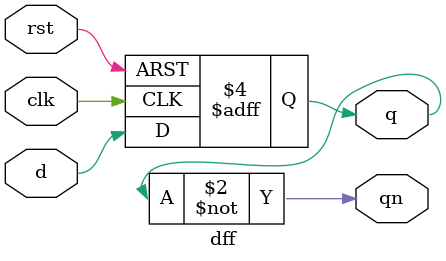
<source format=v>

module dff ( input wire d,
              input wire rst,
              input wire clk,
              output reg q,
              output wire qn);
	
      initial begin
        q <= 0;
      end

      always @ (posedge clk or posedge rst)
            if (rst)
                  q <= 0;
            else
                  q <= d;
      
      assign qn = ~q;

endmodule

</source>
